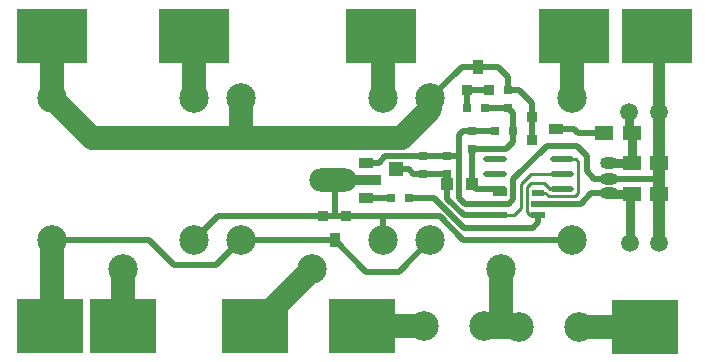
<source format=gtl>
%FSLAX42Y42*%
%MOMM*%
G71*
G01*
G75*
G04 Layer_Physical_Order=1*
%ADD10R,0.75X0.75*%
%ADD11R,0.90X0.90*%
%ADD12R,0.90X1.30*%
%ADD13O,4.00X2.00*%
%ADD14R,1.25X0.90*%
%ADD15R,2.55X0.90*%
%ADD16R,1.00X0.50*%
%ADD17R,1.25X0.50*%
%ADD18O,2.00X0.50*%
%ADD19R,2.00X0.50*%
%ADD20R,1.50X1.25*%
%ADD21R,1.30X0.90*%
%ADD22R,1.25X1.25*%
%ADD23R,1.00X1.00*%
%ADD24C,0.50*%
%ADD25C,1.00*%
%ADD26C,2.00*%
%ADD27C,0.25*%
%ADD28C,0.75*%
%ADD29R,5.58X4.55*%
%ADD30R,5.58X4.58*%
%ADD31R,5.58X4.53*%
%ADD32R,5.97X4.65*%
%ADD33R,5.97X4.65*%
%ADD34R,5.97X4.65*%
%ADD35C,2.50*%
%ADD36C,1.50*%
%ADD37O,1.52X1.02*%
%ADD38C,3.50*%
D10*
X4197Y2117D02*
D03*
X3850Y2120D02*
D03*
X4000D02*
D03*
X4242Y1920D02*
D03*
X4092D02*
D03*
X3890Y1770D02*
D03*
Y1920D02*
D03*
X3360Y1355D02*
D03*
X3210D02*
D03*
X3480Y1562D02*
D03*
Y1712D02*
D03*
X4197Y2267D02*
D03*
X3685Y1562D02*
D03*
Y1712D02*
D03*
D11*
X4040Y2267D02*
D03*
X3850D02*
D03*
X2825Y1200D02*
D03*
X2635D02*
D03*
X4403Y2038D02*
D03*
Y1848D02*
D03*
D12*
X3945Y2467D02*
D03*
X2730Y1000D02*
D03*
D13*
X2720Y1505D02*
D03*
D14*
X3000Y1355D02*
D03*
Y1655D02*
D03*
D15*
Y1505D02*
D03*
D16*
X4455Y1400D02*
D03*
D17*
X4130D02*
D03*
Y1305D02*
D03*
Y1210D02*
D03*
X4455D02*
D03*
Y1305D02*
D03*
D18*
X4092D02*
D03*
Y1430D02*
D03*
Y1560D02*
D03*
Y1685D02*
D03*
X4653D02*
D03*
Y1560D02*
D03*
Y1430D02*
D03*
D19*
Y1305D02*
D03*
D20*
X5245Y1390D02*
D03*
X5475D02*
D03*
X5245Y1648D02*
D03*
X5475D02*
D03*
X5245Y1905D02*
D03*
X5015D02*
D03*
D21*
X4603Y1942D02*
D03*
D22*
X3247Y1598D02*
D03*
Y1827D02*
D03*
D23*
X3685Y1473D02*
D03*
X3890Y1470D02*
D03*
D24*
X4000Y2120D02*
X4195D01*
X4403Y1848D02*
Y2158D01*
X3808Y2467D02*
X4112D01*
X4197Y2267D02*
X4292D01*
X4197D02*
Y2383D01*
X3540Y2200D02*
X3808Y2467D01*
X4292Y2267D02*
X4403Y2158D01*
X4112Y2467D02*
X4197Y2383D01*
X4795Y1905D02*
X5015D01*
X4603Y1942D02*
X4758D01*
X4795Y1905D01*
X4092Y1305D02*
X4203D01*
X4526Y1794D02*
X4528Y1795D01*
X4525D02*
X4783D01*
X4924Y1520D02*
X5476D01*
X4135Y1410D02*
Y1430D01*
Y1410D02*
X4138Y1407D01*
X4410Y1102D02*
X4455Y1148D01*
X4242Y1345D02*
Y1512D01*
X4203Y1305D02*
X4242Y1345D01*
Y1512D02*
X4525Y1795D01*
X3000Y1355D02*
X3210D01*
X4185Y1770D02*
X4242Y1827D01*
X3785Y1888D02*
X3817Y1920D01*
X4455Y1305D02*
X4812D01*
X4901Y1394D02*
X5053D01*
X4865Y1580D02*
X4924Y1520D01*
X4865Y1580D02*
Y1712D01*
X4783Y1795D02*
X4865Y1712D01*
X4812Y1305D02*
X4901Y1394D01*
X3850Y2267D02*
X4040D01*
X3850Y2120D02*
Y2267D01*
X3272Y732D02*
X3540Y1000D01*
X1940D02*
X2730D01*
X2998Y732D02*
X3272D01*
X2730Y1000D02*
X2998Y732D01*
X1370Y785D02*
X1725D01*
X1155Y1000D02*
X1370Y785D01*
X340Y1000D02*
X1155D01*
X1725Y785D02*
X1940Y1000D01*
X3102Y1655D02*
X3160Y1712D01*
X3362Y1598D02*
X3397Y1562D01*
X3247Y1598D02*
X3362D01*
X3397Y1562D02*
X3685D01*
X1540Y1000D02*
X1740Y1200D01*
X3140Y1000D02*
Y1198D01*
X3620Y1200D02*
X3820Y1000D01*
X2730Y1200D02*
Y1557D01*
X1740Y1200D02*
X3620D01*
X3820Y1000D02*
X4740D01*
X3890Y1470D02*
X3930Y1430D01*
X3571Y1355D02*
X3824Y1102D01*
X4455Y1148D02*
Y1210D01*
X3360Y1355D02*
X3571D01*
X3824Y1102D02*
X4410D01*
X3685Y1347D02*
X3822Y1210D01*
X3685Y1347D02*
Y1562D01*
X3822Y1210D02*
X4128D01*
X3785Y1353D02*
X3833Y1305D01*
X3000Y1655D02*
X3102D01*
X3160Y1712D02*
X3785D01*
X3833Y1305D02*
X4062D01*
X3785Y1353D02*
Y1888D01*
X3817Y1920D02*
X4092D01*
X3890Y1470D02*
X3930Y1430D01*
X3890Y1470D02*
Y1770D01*
X4185D01*
X3930Y1430D02*
X4100D01*
X4242Y1827D02*
Y2073D01*
X4195Y2120D02*
X4242Y2073D01*
D25*
X5478Y970D02*
Y2758D01*
X5475Y2083D02*
X5478Y2080D01*
D26*
X3300Y1865D02*
X3540Y2105D01*
X675Y1865D02*
X3300D01*
X3540Y2105D02*
Y2200D01*
X1940Y1865D02*
Y2200D01*
X340D02*
X675Y1865D01*
X3995Y267D02*
X4288D01*
X4140D02*
Y750D01*
X2055Y265D02*
X2540Y750D01*
X340Y265D02*
Y1000D01*
X940Y267D02*
Y750D01*
X340Y2200D02*
Y2758D01*
X1540Y2200D02*
Y2758D01*
X3138Y2202D02*
Y2758D01*
X4740Y2200D02*
Y2758D01*
X2975Y270D02*
X3483D01*
X4797Y267D02*
X5355D01*
D27*
X4556Y1430D02*
X4653D01*
X4390Y1482D02*
X4503D01*
X4556Y1430D01*
X4383Y1210D02*
X4455D01*
X4653Y1685D02*
X4772D01*
X4455Y1400D02*
X4515D01*
X4547Y1368D01*
X4767D01*
X4795Y1395D01*
Y1662D01*
X4772Y1685D02*
X4795Y1662D01*
X4355Y1238D02*
Y1448D01*
Y1238D02*
X4383Y1210D01*
X4355Y1448D02*
X4390Y1482D01*
X4305Y1475D02*
X4390Y1560D01*
X4245Y1210D02*
X4305Y1270D01*
Y1475D01*
X3992Y270D02*
X3995Y267D01*
X3140Y1000D02*
X3142Y1002D01*
X4130Y1210D02*
X4245D01*
X4390Y1560D02*
X4653D01*
D28*
X5056Y1390D02*
X5245D01*
X5228Y970D02*
Y1388D01*
Y1373D02*
X5245Y1390D01*
X5225Y1925D02*
X5245Y1905D01*
X5225Y1925D02*
Y2083D01*
X5245Y1648D02*
Y1905D01*
X5053Y1648D02*
X5245D01*
D29*
X5359Y267D02*
D03*
D30*
X2966Y271D02*
D03*
X941Y274D02*
D03*
X319Y269D02*
D03*
D31*
X2056D02*
D03*
D32*
X3126Y2727D02*
D03*
D33*
X339D02*
D03*
X5456D02*
D03*
X1539D02*
D03*
D34*
X4761Y2723D02*
D03*
D35*
X4740Y2200D02*
D03*
X3540Y1000D02*
D03*
Y2200D02*
D03*
X4740Y1000D02*
D03*
X4140Y750D02*
D03*
X1940Y1000D02*
D03*
Y2200D02*
D03*
X3140Y1000D02*
D03*
X4288Y267D02*
D03*
X3992Y270D02*
D03*
X340Y1000D02*
D03*
Y2200D02*
D03*
X1540Y1000D02*
D03*
Y2200D02*
D03*
X3140Y2200D02*
D03*
X940Y750D02*
D03*
X3483Y270D02*
D03*
X2540Y750D02*
D03*
X4797Y267D02*
D03*
D36*
X5475Y2083D02*
D03*
X5225D02*
D03*
X5478Y970D02*
D03*
X5228D02*
D03*
D37*
X5053Y1648D02*
D03*
Y1394D02*
D03*
Y1520D02*
D03*
D38*
X2055Y265D02*
D03*
X943D02*
D03*
X5358D02*
D03*
X2970D02*
D03*
X3138Y2758D02*
D03*
X340D02*
D03*
Y265D02*
D03*
X4740Y2758D02*
D03*
X1540D02*
D03*
X5478D02*
D03*
M02*

</source>
